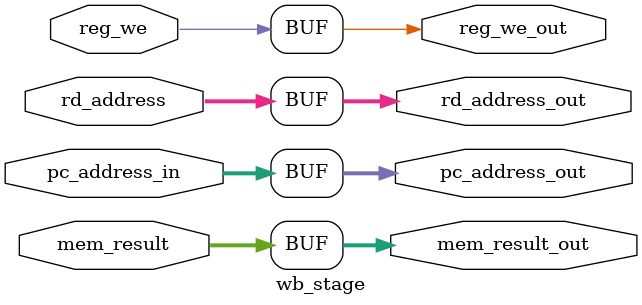
<source format=sv>
module wb_stage (
    // Inputs from MEM stage
    input  logic [31:0] mem_result,
    input  logic [4:0]  rd_address,
    input  logic        reg_we,

    // Outputs to the register file
    output logic [31:0] mem_result_out,
    output logic [4:0]  rd_address_out,
    output logic        reg_we_out,

    input  logic [31:0] pc_address_in, // 输入的PC地址
    output logic [31:0] pc_address_out // 输出的PC地址
);
    assign mem_result_out = mem_result;
    assign rd_address_out = rd_address;
    assign reg_we_out = reg_we;
    assign pc_address_out = pc_address_in;
endmodule

</source>
